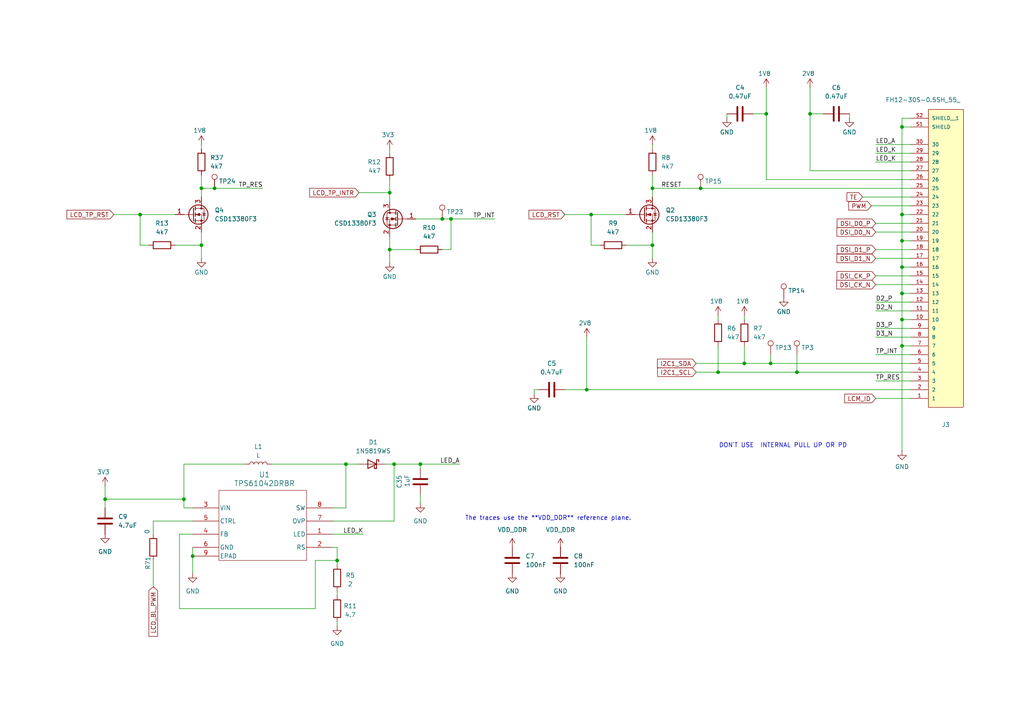
<source format=kicad_sch>
(kicad_sch (version 20250114) (generator "eeschema") (generator_version "9.0")
  (paper "A4")
  (lib_symbols
    (symbol "Connector:TestPoint" (pin_numbers (hide yes)) (pin_names (offset 0.762) (hide yes))
      (property "Reference" "TP" (at 0 6.858 0))
      (property "Value" "TestPoint" (at 0 5.08 0))
      (symbol "TestPoint_0_1"
        (circle (center 0 3.302) (radius 0.762))
      )
      (symbol "TestPoint_1_1"
        (pin passive line (at 0 0 90) (length 2.54) (name "1") (number "1"))
      )
    )
    (symbol "Device:C" (pin_numbers (hide yes)) (pin_names (offset 0.254))
      (property "Reference" "C" (at 0.635 2.54 0))
      (property "Value" "C" (at 0.635 -2.54 0))
      (symbol "C_0_1"
        (polyline (pts (xy -2.032 0.762) (xy 2.032 0.762)) (stroke (width 0.508)))
        (polyline (pts (xy -2.032 -0.762) (xy 2.032 -0.762)) (stroke (width 0.508)))
      )
      (symbol "C_1_1"
        (pin passive line (at 0 3.81 270) (length 2.794) (name "~") (number "1"))
        (pin passive line (at 0 -3.81 90) (length 2.794) (name "~") (number "2"))
      )
    )
    (symbol "Device:L" (pin_numbers (hide yes)) (pin_names (offset 1.016) (hide yes))
      (property "Reference" "L" (at -1.27 0 90))
      (property "Value" "L" (at 1.905 0 90))
      (symbol "L_0_1"
        (arc (start 0 2.54) (mid 0.6323 1.905) (end 0 1.27))
        (arc (start 0 1.27) (mid 0.6323 0.635) (end 0 0))
        (arc (start 0 0) (mid 0.6323 -0.635) (end 0 -1.27))
        (arc (start 0 -1.27) (mid 0.6323 -1.905) (end 0 -2.54))
      )
      (symbol "L_1_1"
        (pin passive line (at 0 3.81 270) (length 1.27) (name "1") (number "1"))
        (pin passive line (at 0 -3.81 90) (length 1.27) (name "2") (number "2"))
      )
    )
    (symbol "Device:R" (pin_numbers (hide yes)) (pin_names (offset 0))
      (property "Reference" "R" (at 2.032 0 90))
      (property "Value" "R" (at 0 0 90))
      (symbol "R_0_1"
        (rectangle (start -1.016 -2.54) (end 1.016 2.54) (stroke (width 0.254)))
      )
      (symbol "R_1_1"
        (pin passive line (at 0 3.81 270) (length 1.27) (name "~") (number "1"))
        (pin passive line (at 0 -3.81 90) (length 1.27) (name "~") (number "2"))
      )
    )
    (symbol "Diode:1N5819WS" (pin_numbers (hide yes)) (pin_names (offset 1.016) (hide yes))
      (property "Reference" "D" (at 0 2.54 0))
      (property "Value" "1N5819WS" (at 0 -2.54 0))
      (symbol "1N5819WS_0_1"
        (polyline (pts (xy -1.905 0.635) (xy -1.905 1.27) (xy -1.27 1.27) (xy -1.27 -1.27) (xy -0.635 -1.27) (xy -0.635 -0.635)) (stroke (width 0.254)))
        (polyline (pts (xy 1.27 1.27) (xy 1.27 -1.27) (xy -1.27 0) (xy 1.27 1.27)) (stroke (width 0.254)))
        (polyline (pts (xy 1.27 0) (xy -1.27 0)))
      )
      (symbol "1N5819WS_1_1"
        (pin passive line (at -3.81 0 0) (length 2.54) (name "K") (number "1"))
        (pin passive line (at 3.81 0 180) (length 2.54) (name "A") (number "2"))
      )
    )
    (symbol "FH12-30S-0.5SH_55_:FH12-30S-0.5SH_55_" (pin_names (offset 1.016))
      (property "Reference" "J" (at -5.1031 41.2766 0))
      (property "Value" "FH12-30S-0.5SH_55_" (at -5.0944 -48.3335 0))
      (symbol "FH12-30S-0.5SH_55__0_0"
        (rectangle (start -5.08 -45.72) (end 5.08 40.64) (stroke (width 0.1524)) (fill (type background)))
        (pin passive line (at 10.16 38.1 180) (length 5.08) (name "1") (number "1"))
        (pin passive line (at 10.16 35.56 180) (length 5.08) (name "2") (number "2"))
        (pin passive line (at 10.16 33.02 180) (length 5.08) (name "3") (number "3"))
        (pin passive line (at 10.16 30.48 180) (length 5.08) (name "4") (number "4"))
        (pin passive line (at 10.16 27.94 180) (length 5.08) (name "5") (number "5"))
        (pin passive line (at 10.16 25.4 180) (length 5.08) (name "6") (number "6"))
        (pin passive line (at 10.16 22.86 180) (length 5.08) (name "7") (number "7"))
        (pin passive line (at 10.16 20.32 180) (length 5.08) (name "8") (number "8"))
        (pin passive line (at 10.16 17.78 180) (length 5.08) (name "9") (number "9"))
        (pin passive line (at 10.16 15.24 180) (length 5.08) (name "10") (number "10"))
        (pin passive line (at 10.16 12.7 180) (length 5.08) (name "11") (number "11"))
        (pin passive line (at 10.16 10.16 180) (length 5.08) (name "12") (number "12"))
        (pin passive line (at 10.16 7.62 180) (length 5.08) (name "13") (number "13"))
        (pin passive line (at 10.16 5.08 180) (length 5.08) (name "14") (number "14"))
        (pin passive line (at 10.16 2.54 180) (length 5.08) (name "15") (number "15"))
        (pin passive line (at 10.16 0 180) (length 5.08) (name "16") (number "16"))
        (pin passive line (at 10.16 -2.54 180) (length 5.08) (name "17") (number "17"))
        (pin passive line (at 10.16 -5.08 180) (length 5.08) (name "18") (number "18"))
        (pin passive line (at 10.16 -7.62 180) (length 5.08) (name "19") (number "19"))
        (pin passive line (at 10.16 -10.16 180) (length 5.08) (name "20") (number "20"))
        (pin passive line (at 10.16 -12.7 180) (length 5.08) (name "21") (number "21"))
        (pin passive line (at 10.16 -15.24 180) (length 5.08) (name "22") (number "22"))
        (pin passive line (at 10.16 -17.78 180) (length 5.08) (name "23") (number "23"))
        (pin passive line (at 10.16 -20.32 180) (length 5.08) (name "24") (number "24"))
        (pin passive line (at 10.16 -22.86 180) (length 5.08) (name "25") (number "25"))
        (pin passive line (at 10.16 -25.4 180) (length 5.08) (name "26") (number "26"))
        (pin passive line (at 10.16 -27.94 180) (length 5.08) (name "27") (number "27"))
        (pin passive line (at 10.16 -30.48 180) (length 5.08) (name "28") (number "28"))
        (pin passive line (at 10.16 -33.02 180) (length 5.08) (name "29") (number "29"))
        (pin passive line (at 10.16 -35.56 180) (length 5.08) (name "30") (number "30"))
        (pin passive line (at 10.16 -40.64 180) (length 5.08) (name "SHIELD") (number "S1"))
        (pin passive line (at 10.16 -43.18 180) (length 5.08) (name "SHIELD__1") (number "S2"))
      )
    )
    (symbol "TPS61042:TPS61042DRBR" (pin_names (offset 0.254))
      (property "Reference" "U" (at 27.94 10.16 0))
      (property "Value" "TPS61042DRBR" (at 27.94 7.62 0))
      (symbol "TPS61042DRBR_0_1"
        (polyline (pts (xy 7.62 5.08) (xy 7.62 -15.24)) (stroke (width 0.127)))
        (polyline (pts (xy 7.62 -15.24) (xy 33.02 -15.24)) (stroke (width 0.127)) (fill (type background)))
        (polyline (pts (xy 33.02 5.08) (xy 7.62 5.08)) (stroke (width 0.127)))
        (polyline (pts (xy 33.02 -15.24) (xy 33.02 5.08)) (stroke (width 0.127)))
        (pin input line (at 0 0 0) (length 7.62) (name "VIN") (number "3"))
        (pin input line (at 0 -3.81 0) (length 7.62) (name "CTRL") (number "5"))
        (pin input line (at 0 -7.62 0) (length 7.62) (name "FB") (number "4"))
        (pin power_in line (at 0 -11.43 0) (length 7.62) (name "GND") (number "6"))
        (pin unspecified line (at 0 -13.97 0) (length 7.62) (name "EPAD") (number "9"))
        (pin input line (at 40.64 0 180) (length 7.62) (name "SW") (number "8"))
        (pin input line (at 40.64 -3.81 180) (length 7.62) (name "OVP") (number "7"))
        (pin input line (at 40.64 -7.62 180) (length 7.62) (name "LED") (number "1"))
        (pin output line (at 40.64 -11.43 180) (length 7.62) (name "RS") (number "2"))
      )
    )
    (symbol "Transistor_FET:CSD13380F3" (pin_names (hide yes))
      (property "Reference" "Q" (at 5.08 1.905 0))
      (property "Value" "CSD13380F3" (at 5.08 0 0))
      (symbol "CSD13380F3_1_1"
        (polyline (pts (xy 0.254 0) (xy -2.54 0)))
        (polyline (pts (xy 0.254 -1.905) (xy 0.254 1.905)) (stroke (width 0.254)))
        (polyline (pts (xy 0.762 1.778) (xy 3.302 1.778) (xy 3.302 -1.778) (xy 0.762 -1.778)))
        (polyline (pts (xy 0.762 1.27) (xy 0.762 2.286)) (stroke (width 0.254)))
        (polyline (pts (xy 0.762 -0.508) (xy 0.762 0.508)) (stroke (width 0.254)))
        (polyline (pts (xy 0.762 -2.286) (xy 0.762 -1.27)) (stroke (width 0.254)))
        (polyline (pts (xy 1.016 0) (xy 2.032 -0.381) (xy 2.032 0.381) (xy 1.016 0)) (fill (type outline)))
        (circle (center 1.651 0) (radius 2.794) (stroke (width 0.254)))
        (polyline (pts (xy 2.54 1.905) (xy 2.54 2.54)))
        (circle (center 2.54 1.778) (radius 0.254) (fill (type outline)))
        (circle (center 2.54 -1.778) (radius 0.254) (fill (type outline)))
        (polyline (pts (xy 2.54 -2.54) (xy 2.54 0) (xy 0.762 0)))
        (polyline (pts (xy 2.794 0.508) (xy 2.921 0.381) (xy 3.683 0.381) (xy 3.81 0.254)))
        (polyline (pts (xy 3.302 0.381) (xy 2.921 -0.254) (xy 3.683 -0.254) (xy 3.302 0.381)))
        (pin input line (at -5.08 0 0) (length 2.54) (name "G") (number "1"))
        (pin passive line (at 2.54 5.08 270) (length 2.54) (name "D") (number "3"))
        (pin passive line (at 2.54 -5.08 90) (length 2.54) (name "S") (number "2"))
      )
    )
    (symbol "power:+36V" (power) (pin_numbers (hide yes)) (pin_names (offset 0) (hide yes))
      (property "Value" "+36V" (at 0 3.556 0))
      (symbol "+36V_0_1"
        (polyline (pts (xy -0.762 1.27) (xy 0 2.54)))
        (polyline (pts (xy 0 2.54) (xy 0.762 1.27)))
        (polyline (pts (xy 0 0) (xy 0 2.54)))
      )
      (symbol "+36V_1_1"
        (pin power_in line (at 0 0 90) (length 0) (name "~") (number "1"))
      )
    )
    (symbol "power:GND" (power) (pin_numbers (hide yes)) (pin_names (offset 0) (hide yes))
      (property "Value" "GND" (at 0 -3.81 0))
      (symbol "GND_0_1"
        (polyline (pts (xy 0 0) (xy 0 -1.27) (xy 1.27 -1.27) (xy 0 -2.54) (xy -1.27 -1.27) (xy 0 -1.27)))
      )
      (symbol "GND_1_1"
        (pin power_in line (at 0 0 270) (length 0) (name "~") (number "1"))
      )
    )
    (symbol "power:VCC" (power) (pin_numbers (hide yes)) (pin_names (offset 0) (hide yes))
      (property "Value" "VCC" (at 0 3.556 0))
      (symbol "VCC_0_1"
        (polyline (pts (xy -0.762 1.27) (xy 0 2.54)))
        (polyline (pts (xy 0 2.54) (xy 0.762 1.27)))
        (polyline (pts (xy 0 0) (xy 0 2.54)))
      )
      (symbol "VCC_1_1"
        (pin power_in line (at 0 0 90) (length 0) (name "~") (number "1"))
      )
    )
  )
  (text "DON`T USE  INTERNAL PULL UP OR PD " (at 227.584 129.286 0) (effects (font (size 1.27 1.27))))
  (text "The traces use the **VDD_DDR** reference plane." (at 159.004 150.368 0) (effects (font (size 1.27 1.27))))
  (junction (at 222.25 33.02))
  (junction (at 223.52 105.41))
  (junction (at 114.3 134.62))
  (junction (at 261.62 92.71))
  (junction (at 121.92 134.62))
  (junction (at 208.28 107.95))
  (junction (at 62.23 54.61))
  (junction (at 261.62 36.83))
  (junction (at 113.03 72.39))
  (junction (at 231.14 107.95))
  (junction (at 203.2 54.61))
  (junction (at 215.9 105.41))
  (junction (at 261.62 62.23))
  (junction (at 261.62 100.33))
  (junction (at 40.64 62.23))
  (junction (at 58.42 54.61))
  (junction (at 97.79 162.56))
  (junction (at 30.48 144.78))
  (junction (at 130.81 63.5))
  (junction (at 128.27 63.5))
  (junction (at 189.23 71.12))
  (junction (at 170.18 113.03))
  (junction (at 234.95 33.02))
  (junction (at 261.62 69.85))
  (junction (at 261.62 77.47))
  (junction (at 53.34 144.78))
  (junction (at 171.45 62.23))
  (junction (at 55.88 161.29))
  (junction (at 100.33 134.62))
  (junction (at 189.23 54.61))
  (junction (at 58.42 71.12))
  (junction (at 113.03 55.88))
  (junction (at 261.62 85.09))
  (wire (pts (xy 163.83 113.03) (xy 170.18 113.03)))
  (wire (pts (xy 121.92 134.62) (xy 121.92 135.89)))
  (wire (pts (xy 210.82 34.29) (xy 210.82 33.02)))
  (wire (pts (xy 97.79 163.83) (xy 97.79 162.56)))
  (wire (pts (xy 128.27 72.39) (xy 130.81 72.39)))
  (wire (pts (xy 254 87.63) (xy 264.16 87.63)))
  (wire (pts (xy 128.27 63.5) (xy 120.65 63.5)))
  (wire (pts (xy 130.81 63.5) (xy 128.27 63.5)))
  (wire (pts (xy 58.42 54.61) (xy 62.23 54.61)))
  (wire (pts (xy 97.79 180.34) (xy 97.79 181.61)))
  (wire (pts (xy 154.94 114.3) (xy 154.94 113.03)))
  (wire (pts (xy 58.42 41.91) (xy 58.42 43.18)))
  (wire (pts (xy 58.42 54.61) (xy 58.42 57.15)))
  (wire (pts (xy 40.64 71.12) (xy 40.64 62.23)))
  (wire (pts (xy 261.62 36.83) (xy 264.16 36.83)))
  (wire (pts (xy 223.52 102.87) (xy 223.52 105.41)))
  (wire (pts (xy 254 97.79) (xy 264.16 97.79)))
  (wire (pts (xy 261.62 36.83) (xy 261.62 62.23)))
  (wire (pts (xy 261.62 100.33) (xy 264.16 100.33)))
  (wire (pts (xy 170.18 113.03) (xy 264.16 113.03)))
  (wire (pts (xy 163.83 62.23) (xy 171.45 62.23)))
  (wire (pts (xy 222.25 33.02) (xy 222.25 52.07)))
  (wire (pts (xy 261.62 77.47) (xy 264.16 77.47)))
  (wire (pts (xy 96.52 147.32) (xy 100.33 147.32)))
  (wire (pts (xy 171.45 71.12) (xy 171.45 62.23)))
  (wire (pts (xy 254 72.39) (xy 264.16 72.39)))
  (wire (pts (xy 113.03 43.18) (xy 113.03 44.45)))
  (wire (pts (xy 55.88 158.75) (xy 55.88 161.29)))
  (wire (pts (xy 62.23 54.61) (xy 76.2 54.61)))
  (wire (pts (xy 254 64.77) (xy 264.16 64.77)))
  (wire (pts (xy 254 44.45) (xy 264.16 44.45)))
  (wire (pts (xy 261.62 34.29) (xy 261.62 36.83)))
  (wire (pts (xy 97.79 171.45) (xy 97.79 172.72)))
  (wire (pts (xy 33.02 62.23) (xy 40.64 62.23)))
  (wire (pts (xy 171.45 62.23) (xy 181.61 62.23)))
  (wire (pts (xy 261.62 85.09) (xy 261.62 92.71)))
  (wire (pts (xy 55.88 161.29) (xy 55.88 166.37)))
  (wire (pts (xy 30.48 147.32) (xy 30.48 144.78)))
  (wire (pts (xy 114.3 134.62) (xy 114.3 151.13)))
  (wire (pts (xy 50.8 71.12) (xy 58.42 71.12)))
  (wire (pts (xy 53.34 147.32) (xy 53.34 144.78)))
  (wire (pts (xy 58.42 74.93) (xy 58.42 71.12)))
  (wire (pts (xy 234.95 33.02) (xy 234.95 49.53)))
  (wire (pts (xy 189.23 54.61) (xy 203.2 54.61)))
  (wire (pts (xy 189.23 50.8) (xy 189.23 54.61)))
  (wire (pts (xy 173.99 71.12) (xy 171.45 71.12)))
  (wire (pts (xy 261.62 62.23) (xy 261.62 69.85)))
  (wire (pts (xy 261.62 100.33) (xy 261.62 130.81)))
  (wire (pts (xy 97.79 162.56) (xy 91.44 162.56)))
  (wire (pts (xy 215.9 91.44) (xy 215.9 92.71)))
  (wire (pts (xy 250.19 57.15) (xy 264.16 57.15)))
  (wire (pts (xy 43.18 71.12) (xy 40.64 71.12)))
  (wire (pts (xy 254 80.01) (xy 264.16 80.01)))
  (wire (pts (xy 231.14 107.95) (xy 264.16 107.95)))
  (wire (pts (xy 30.48 140.97) (xy 30.48 144.78)))
  (wire (pts (xy 189.23 74.93) (xy 189.23 71.12)))
  (wire (pts (xy 201.93 107.95) (xy 208.28 107.95)))
  (wire (pts (xy 44.45 170.18) (xy 44.45 162.56)))
  (wire (pts (xy 254 74.93) (xy 264.16 74.93)))
  (wire (pts (xy 44.45 154.94) (xy 44.45 151.13)))
  (wire (pts (xy 113.03 76.2) (xy 113.03 72.39)))
  (wire (pts (xy 208.28 107.95) (xy 231.14 107.95)))
  (wire (pts (xy 261.62 69.85) (xy 264.16 69.85)))
  (wire (pts (xy 254 95.25) (xy 264.16 95.25)))
  (wire (pts (xy 254 46.99) (xy 264.16 46.99)))
  (wire (pts (xy 113.03 72.39) (xy 113.03 68.58)))
  (wire (pts (xy 58.42 50.8) (xy 58.42 54.61)))
  (wire (pts (xy 254 110.49) (xy 264.16 110.49)))
  (wire (pts (xy 234.95 49.53) (xy 264.16 49.53)))
  (wire (pts (xy 130.81 63.5) (xy 143.51 63.5)))
  (wire (pts (xy 246.38 34.29) (xy 246.38 33.02)))
  (wire (pts (xy 234.95 25.4) (xy 234.95 33.02)))
  (wire (pts (xy 113.03 58.42) (xy 113.03 55.88)))
  (wire (pts (xy 181.61 71.12) (xy 189.23 71.12)))
  (wire (pts (xy 203.2 54.61) (xy 264.16 54.61)))
  (wire (pts (xy 264.16 34.29) (xy 261.62 34.29)))
  (wire (pts (xy 201.93 105.41) (xy 215.9 105.41)))
  (wire (pts (xy 264.16 62.23) (xy 261.62 62.23)))
  (wire (pts (xy 223.52 105.41) (xy 264.16 105.41)))
  (wire (pts (xy 91.44 176.53) (xy 52.07 176.53)))
  (wire (pts (xy 52.07 154.94) (xy 55.88 154.94)))
  (wire (pts (xy 170.18 97.79) (xy 170.18 113.03)))
  (wire (pts (xy 238.76 33.02) (xy 234.95 33.02)))
  (wire (pts (xy 231.14 102.87) (xy 231.14 107.95)))
  (wire (pts (xy 215.9 100.33) (xy 215.9 105.41)))
  (wire (pts (xy 215.9 105.41) (xy 223.52 105.41)))
  (wire (pts (xy 264.16 85.09) (xy 261.62 85.09)))
  (wire (pts (xy 113.03 52.07) (xy 113.03 55.88)))
  (wire (pts (xy 100.33 134.62) (xy 100.33 147.32)))
  (wire (pts (xy 261.62 69.85) (xy 261.62 77.47)))
  (wire (pts (xy 44.45 151.13) (xy 55.88 151.13)))
  (wire (pts (xy 222.25 52.07) (xy 264.16 52.07)))
  (wire (pts (xy 96.52 158.75) (xy 97.79 158.75)))
  (wire (pts (xy 208.28 91.44) (xy 208.28 92.71)))
  (wire (pts (xy 218.44 33.02) (xy 222.25 33.02)))
  (wire (pts (xy 111.76 134.62) (xy 114.3 134.62)))
  (wire (pts (xy 121.92 143.51) (xy 121.92 146.05)))
  (wire (pts (xy 261.62 77.47) (xy 261.62 85.09)))
  (wire (pts (xy 208.28 100.33) (xy 208.28 107.95)))
  (wire (pts (xy 30.48 144.78) (xy 53.34 144.78)))
  (wire (pts (xy 120.65 72.39) (xy 113.03 72.39)))
  (wire (pts (xy 104.14 55.88) (xy 113.03 55.88)))
  (wire (pts (xy 254 102.87) (xy 264.16 102.87)))
  (wire (pts (xy 114.3 151.13) (xy 96.52 151.13)))
  (wire (pts (xy 254 41.91) (xy 264.16 41.91)))
  (wire (pts (xy 114.3 134.62) (xy 121.92 134.62)))
  (wire (pts (xy 52.07 176.53) (xy 52.07 154.94)))
  (wire (pts (xy 254 82.55) (xy 264.16 82.55)))
  (wire (pts (xy 55.88 147.32) (xy 53.34 147.32)))
  (wire (pts (xy 78.74 134.62) (xy 100.33 134.62)))
  (wire (pts (xy 97.79 162.56) (xy 97.79 158.75)))
  (wire (pts (xy 96.52 154.94) (xy 105.41 154.94)))
  (wire (pts (xy 254 115.57) (xy 264.16 115.57)))
  (wire (pts (xy 58.42 71.12) (xy 58.42 67.31)))
  (wire (pts (xy 40.64 62.23) (xy 50.8 62.23)))
  (wire (pts (xy 154.94 113.03) (xy 156.21 113.03)))
  (wire (pts (xy 121.92 134.62) (xy 133.35 134.62)))
  (wire (pts (xy 100.33 134.62) (xy 104.14 134.62)))
  (wire (pts (xy 261.62 92.71) (xy 261.62 100.33)))
  (wire (pts (xy 91.44 162.56) (xy 91.44 176.53)))
  (wire (pts (xy 254 90.17) (xy 264.16 90.17)))
  (wire (pts (xy 53.34 144.78) (xy 53.34 134.62)))
  (wire (pts (xy 189.23 57.15) (xy 189.23 54.61)))
  (wire (pts (xy 53.34 134.62) (xy 71.12 134.62)))
  (wire (pts (xy 261.62 92.71) (xy 264.16 92.71)))
  (wire (pts (xy 254 67.31) (xy 264.16 67.31)))
  (wire (pts (xy 189.23 41.91) (xy 189.23 43.18)))
  (wire (pts (xy 252.73 59.69) (xy 264.16 59.69)))
  (wire (pts (xy 130.81 72.39) (xy 130.81 63.5)))
  (wire (pts (xy 222.25 25.4) (xy 222.25 33.02)))
  (wire (pts (xy 189.23 71.12) (xy 189.23 67.31)))
  (label "LED_K" (at 105.41 154.94 180))
  (label "LED_A" (at 133.35 134.62 180))
  (label "LED_K" (at 254 44.45 0))
  (label "D2_N" (at 254 90.17 0))
  (label "D2_P" (at 254 87.63 0))
  (label "TP_RES" (at 254 110.49 0))
  (label "LED_K" (at 254 46.99 0))
  (label "TP_INT" (at 143.51 63.5 180))
  (label "LED_A" (at 254 41.91 0))
  (label "RESET" (at 191.77 54.61 0))
  (label "TP_RES" (at 76.2 54.61 180))
  (label "TP_INT" (at 254 102.87 0))
  (label "D3_P" (at 254 95.25 0))
  (label "D3_N" (at 254 97.79 0))
  (global_label "DSI_D1_N" (shape input) (at 254 74.93 180) (property "Intersheetrefs" "${INTERSHEET_REFS}" (effects (hide yes))))
  (global_label "I2C1_SDA" (shape input) (at 201.93 105.41 180) (property "Intersheetrefs" "${INTERSHEET_REFS}" (effects (hide yes))))
  (global_label "I2C1_SCL" (shape input) (at 201.93 107.95 180) (property "Intersheetrefs" "${INTERSHEET_REFS}" (effects (hide yes))))
  (global_label "LCD_TP_INTR" (shape input) (at 104.14 55.88 180) (property "Intersheetrefs" "${INTERSHEET_REFS}" (effects (hide yes))))
  (global_label "LCM_ID" (shape input) (at 254 115.57 180) (property "Intersheetrefs" "${INTERSHEET_REFS}" (effects (hide yes))))
  (global_label "DSI_CK_P" (shape input) (at 254 80.01 180) (property "Intersheetrefs" "${INTERSHEET_REFS}" (effects (hide yes))))
  (global_label "DSI_D0_P" (shape input) (at 254 64.77 180) (property "Intersheetrefs" "${INTERSHEET_REFS}" (effects (hide yes))))
  (global_label "DSI_D1_P" (shape input) (at 254 72.39 180) (property "Intersheetrefs" "${INTERSHEET_REFS}" (effects (hide yes))))
  (global_label "DSI_CK_N" (shape input) (at 254 82.55 180) (property "Intersheetrefs" "${INTERSHEET_REFS}" (effects (hide yes))))
  (global_label "TE" (shape input) (at 250.19 57.15 180) (property "Intersheetrefs" "${INTERSHEET_REFS}" (effects (hide yes))))
  (global_label "PWM" (shape input) (at 252.73 59.69 180) (property "Intersheetrefs" "${INTERSHEET_REFS}" (effects (hide yes))))
  (global_label "LCD_TP_RST" (shape input) (at 33.02 62.23 180) (property "Intersheetrefs" "${INTERSHEET_REFS}" (effects (hide yes))))
  (global_label "LCD_RST" (shape input) (at 163.83 62.23 180) (property "Intersheetrefs" "${INTERSHEET_REFS}" (effects (hide yes))))
  (global_label "DSI_D0_N" (shape input) (at 254 67.31 180) (property "Intersheetrefs" "${INTERSHEET_REFS}" (effects (hide yes))))
  (global_label "LCD_BL_PWM" (shape input) (at 44.45 170.18 270) (property "Intersheetrefs" "${INTERSHEET_REFS}" (effects (hide yes))))
  (symbol (lib_id "power:VCC") (at 222.25 25.4 0) (unit 1)
    (property "Reference" "#PWR010" (effects (hide yes)))
    (property "Value" "1V8" (at 221.742 21.336 0))
    (property "Description" "Power symbol creates a global label with name \"VCC\"" (effects (hide yes)))
  )
  (symbol (lib_id "Device:C") (at 242.57 33.02 90) (unit 1)
    (property "Reference" "C6" (at 242.57 25.4 90))
    (property "Value" "0.47uF" (at 242.57 27.94 90))
    (property "Footprint" "lib:C_0402_small" (effects (hide yes)))
    (property "Description" "Unpolarized capacitor" (effects (hide yes)))
  )
  (symbol (lib_id "power:VCC") (at 113.03 43.18 0) (unit 1)
    (property "Reference" "#PWR0152" (effects (hide yes)))
    (property "Value" "3V3" (at 112.522 39.116 0))
    (property "Description" "Power symbol creates a global label with name \"VCC\"" (effects (hide yes)))
  )
  (symbol (lib_id "Transistor_FET:CSD13380F3") (at 55.88 62.23 0) (unit 1)
    (property "Reference" "Q4" (at 62.23 60.9599 0) (effects (justify left)))
    (property "Value" "CSD13380F3" (at 62.23 63.4999 0) (effects (justify left)))
    (property "Footprint" "Package_DFN_QFN:Texas_PicoStar_DFN-3_0.69x0.60mm" (effects (hide yes)))
    (property "Datasheet" "https://www.ti.com/lit/ds/symlink/csd13380f3.pdf" (effects (hide yes)))
    (property "Description" "3.6A Id, 12V Vds, N-Channel MOSFET, 76mOhm Ron,max @ 4.5Vgs, 0.91nC Qg,typ @ 4.5Vgs, PicoStar 0.73x0.64mm max, 0.69x0.60mm nom" (effects (hide yes)))
  )
  (symbol (lib_id "power:GND") (at 113.03 76.2 0) (mirror y) (unit 1)
    (property "Reference" "#PWR0153" (effects (hide yes)))
    (property "Value" "GND" (at 113.03 80.264 0))
    (property "Description" "Power symbol creates a global label with name \"GND\" , ground" (effects (hide yes)))
  )
  (symbol (lib_id "power:GND") (at 227.33 86.36 0) (unit 1)
    (property "Reference" "#PWR027" (effects (hide yes)))
    (property "Value" "GND" (at 227.33 90.424 0))
    (property "Description" "Power symbol creates a global label with name \"GND\" , ground" (effects (hide yes)))
  )
  (symbol (lib_id "power:GND") (at 30.48 154.94 0) (unit 1)
    (property "Reference" "#PWR025" (effects (hide yes)))
    (property "Value" "GND" (at 30.48 160.02 0))
    (property "Description" "Power symbol creates a global label with name \"GND\" , ground" (effects (hide yes)))
  )
  (symbol (lib_id "power:+36V") (at 148.59 158.75 0) (unit 1)
    (property "Reference" "#PWR015" (effects (hide yes)))
    (property "Value" "VDD_DDR" (at 148.59 153.67 0))
    (property "Description" "Power symbol creates a global label with name \"+36V\"" (effects (hide yes)))
  )
  (symbol (lib_id "power:VCC") (at 170.18 97.79 0) (unit 1)
    (property "Reference" "#PWR013" (effects (hide yes)))
    (property "Value" "2V8" (at 169.672 93.726 0))
    (property "Description" "Power symbol creates a global label with name \"VCC\"" (effects (hide yes)))
  )
  (symbol (lib_id "Connector:TestPoint") (at 203.2 54.61 0) (unit 1)
    (property "Reference" "TP15" (at 204.47 52.578 0) (effects (justify left)))
    (property "Value" "TestPoint" (effects (hide yes)))
    (property "Footprint" "lib:TP_0.5" (effects (hide yes)))
    (property "Description" "test point" (effects (hide yes)))
  )
  (symbol (lib_id "Connector:TestPoint") (at 62.23 54.61 0) (unit 1)
    (property "Reference" "TP24" (at 63.5 52.578 0) (effects (justify left)))
    (property "Value" "TestPoint" (effects (hide yes)))
    (property "Footprint" "lib:TP_0.5" (effects (hide yes)))
    (property "Description" "test point" (effects (hide yes)))
  )
  (symbol (lib_id "Transistor_FET:CSD13380F3") (at 186.69 62.23 0) (unit 1)
    (property "Reference" "Q2" (at 193.04 60.9599 0) (effects (justify left)))
    (property "Value" "CSD13380F3" (at 193.04 63.4999 0) (effects (justify left)))
    (property "Footprint" "Package_DFN_QFN:Texas_PicoStar_DFN-3_0.69x0.60mm" (effects (hide yes)))
    (property "Datasheet" "https://www.ti.com/lit/ds/symlink/csd13380f3.pdf" (effects (hide yes)))
    (property "Description" "3.6A Id, 12V Vds, N-Channel MOSFET, 76mOhm Ron,max @ 4.5Vgs, 0.91nC Qg,typ @ 4.5Vgs, PicoStar 0.73x0.64mm max, 0.69x0.60mm nom" (effects (hide yes)))
  )
  (symbol (lib_id "Device:C") (at 162.56 162.56 0) (unit 1)
    (property "Reference" "C8" (at 166.37 161.2899 0) (effects (justify left)))
    (property "Value" "100nF" (at 166.37 163.8299 0) (effects (justify left)))
    (property "Footprint" "lib:C_0402_small" (effects (hide yes)))
    (property "Description" "Unpolarized capacitor" (effects (hide yes)))
    (property "LCSC#" "C1525" (effects (hide yes)))
  )
  (symbol (lib_id "power:GND") (at 162.56 166.37 0) (unit 1)
    (property "Reference" "#PWR021" (effects (hide yes)))
    (property "Value" "GND" (at 162.56 171.45 0))
    (property "Description" "Power symbol creates a global label with name \"GND\" , ground" (effects (hide yes)))
  )
  (symbol (lib_id "power:VCC") (at 189.23 41.91 0) (unit 1)
    (property "Reference" "#PWR0151" (effects (hide yes)))
    (property "Value" "1V8" (at 188.722 37.846 0))
    (property "Description" "Power symbol creates a global label with name \"VCC\"" (effects (hide yes)))
  )
  (symbol (lib_id "power:GND") (at 154.94 114.3 0) (unit 1)
    (property "Reference" "#PWR011" (effects (hide yes)))
    (property "Value" "GND" (at 154.94 118.364 0))
    (property "Description" "Power symbol creates a global label with name \"GND\" , ground" (effects (hide yes)))
  )
  (symbol (lib_id "Device:C") (at 148.59 162.56 0) (unit 1)
    (property "Reference" "C7" (at 152.4 161.2899 0) (effects (justify left)))
    (property "Value" "100nF" (at 152.4 163.8299 0) (effects (justify left)))
    (property "Footprint" "lib:C_0402_small" (effects (hide yes)))
    (property "Description" "Unpolarized capacitor" (effects (hide yes)))
    (property "LCSC#" "C1525" (effects (hide yes)))
  )
  (symbol (lib_id "Device:R") (at 97.79 167.64 180) (unit 1)
    (property "Reference" "R5" (at 101.6 166.878 0))
    (property "Value" "2" (at 101.6 169.418 0))
    (property "Footprint" "Resistor_SMD:R_0402_1005Metric" (effects (hide yes)))
    (property "Description" "Resistor" (effects (hide yes)))
    (property "LCSC#" "C22977" (effects (hide yes)))
  )
  (symbol (lib_id "power:GND") (at 58.42 74.93 0) (unit 1)
    (property "Reference" "#PWR0155" (effects (hide yes)))
    (property "Value" "GND" (at 58.42 78.994 0))
    (property "Description" "Power symbol creates a global label with name \"GND\" , ground" (effects (hide yes)))
  )
  (symbol (lib_id "power:GND") (at 210.82 34.29 0) (unit 1)
    (property "Reference" "#PWR09" (effects (hide yes)))
    (property "Value" "GND" (at 210.82 38.354 0))
    (property "Description" "Power symbol creates a global label with name \"GND\" , ground" (effects (hide yes)))
  )
  (symbol (lib_id "power:VCC") (at 208.28 91.44 0) (unit 1)
    (property "Reference" "#PWR018" (effects (hide yes)))
    (property "Value" "1V8" (at 207.772 87.376 0))
    (property "Description" "Power symbol creates a global label with name \"VCC\"" (effects (hide yes)))
  )
  (symbol (lib_id "power:VCC") (at 58.42 41.91 0) (unit 1)
    (property "Reference" "#PWR0154" (effects (hide yes)))
    (property "Value" "1V8" (at 57.912 37.846 0))
    (property "Description" "Power symbol creates a global label with name \"VCC\"" (effects (hide yes)))
  )
  (symbol (lib_id "power:VCC") (at 30.48 140.97 0) (unit 1)
    (property "Reference" "#PWR026" (effects (hide yes)))
    (property "Value" "3V3" (at 29.972 136.906 0))
    (property "Description" "Power symbol creates a global label with name \"VCC\"" (effects (hide yes)))
  )
  (symbol (lib_id "Connector:TestPoint") (at 227.33 86.36 0) (unit 1)
    (property "Reference" "TP14" (at 228.6 84.328 0) (effects (justify left)))
    (property "Value" "TestPoint" (effects (hide yes)))
    (property "Footprint" "lib:TP_0.5" (effects (hide yes)))
    (property "Description" "test point" (effects (hide yes)))
  )
  (symbol (lib_id "Device:C") (at 160.02 113.03 90) (unit 1)
    (property "Reference" "C5" (at 160.02 105.41 90))
    (property "Value" "0.47uF" (at 160.02 107.95 90))
    (property "Footprint" "lib:C_0402_small" (effects (hide yes)))
    (property "Description" "Unpolarized capacitor" (effects (hide yes)))
  )
  (symbol (lib_id "power:+36V") (at 162.56 158.75 0) (unit 1)
    (property "Reference" "#PWR020" (effects (hide yes)))
    (property "Value" "VDD_DDR" (at 162.56 153.67 0))
    (property "Description" "Power symbol creates a global label with name \"+36V\"" (effects (hide yes)))
  )
  (symbol (lib_id "power:GND") (at 97.79 181.61 0) (unit 1)
    (property "Reference" "#PWR023" (effects (hide yes)))
    (property "Value" "GND" (at 97.79 186.69 0))
    (property "Description" "Power symbol creates a global label with name \"GND\" , ground" (effects (hide yes)))
  )
  (symbol (lib_id "power:GND") (at 189.23 74.93 0) (unit 1)
    (property "Reference" "#PWR0150" (effects (hide yes)))
    (property "Value" "GND" (at 189.23 78.994 0))
    (property "Description" "Power symbol creates a global label with name \"GND\" , ground" (effects (hide yes)))
  )
  (symbol (lib_id "Connector:TestPoint") (at 223.52 102.87 0) (unit 1)
    (property "Reference" "TP13" (at 224.79 100.838 0) (effects (justify left)))
    (property "Value" "TestPoint" (effects (hide yes)))
    (property "Footprint" "lib:TP_0.5" (effects (hide yes)))
    (property "Description" "test point" (effects (hide yes)))
  )
  (symbol (lib_id "power:GND") (at 148.59 166.37 0) (unit 1)
    (property "Reference" "#PWR016" (effects (hide yes)))
    (property "Value" "GND" (at 148.59 171.45 0))
    (property "Description" "Power symbol creates a global label with name \"GND\" , ground" (effects (hide yes)))
  )
  (symbol (lib_id "Device:R") (at 44.45 158.75 0) (unit 1)
    (property "Reference" "R71" (at 42.926 163.322 90))
    (property "Value" "0" (at 42.672 154.178 90))
    (property "Footprint" "Resistor_SMD:R_0402_1005Metric" (effects (hide yes)))
    (property "Description" "Resistor" (effects (hide yes)))
  )
  (symbol (lib_id "Device:C") (at 214.63 33.02 270) (mirror x) (unit 1)
    (property "Reference" "C4" (at 214.63 25.4 90))
    (property "Value" "0.47uF" (at 214.63 27.94 90))
    (property "Footprint" "lib:C_0402_small" (effects (hide yes)))
    (property "Description" "Unpolarized capacitor" (effects (hide yes)))
  )
  (symbol (lib_id "Device:R") (at 208.28 96.52 180) (unit 1)
    (property "Reference" "R6" (at 210.82 95.2499 0) (effects (justify right)))
    (property "Value" "4k7" (at 210.82 97.7899 0) (effects (justify right)))
    (property "Footprint" "Resistor_SMD:R_0402_1005Metric" (effects (hide yes)))
    (property "Description" "Resistor" (effects (hide yes)))
  )
  (symbol (lib_id "Device:R") (at 46.99 71.12 270) (unit 1)
    (property "Reference" "R13" (at 46.99 64.77 90))
    (property "Value" "4k7" (at 46.99 67.31 90))
    (property "Footprint" "Resistor_SMD:R_0402_1005Metric" (effects (hide yes)))
    (property "Description" "Resistor" (effects (hide yes)))
  )
  (symbol (lib_id "FH12-30S-0.5SH_55_:FH12-30S-0.5SH_55_") (at 274.32 77.47 180) (unit 1)
    (property "Reference" "J3" (at 274.32 123.19 0))
    (property "Value" "FH12-30S-0.5SH_55_" (at 267.716 28.956 0))
    (property "Footprint" "lib:HIROSE_FH12-30S-0.5SH_55_" (effects (hide yes)))
    (property "STANDARD" "Manufacturer Recommendation" (effects (hide yes)))
    (property "MANUFACTURER" "Hirose" (effects (hide yes)))
    (property "LCSC#" " C506793" (effects (hide yes)))
  )
  (symbol (lib_id "TPS61042:TPS61042DRBR") (at 55.88 147.32 0) (unit 1)
    (property "Reference" "U1" (at 76.708 137.668 0) (effects (font (size 1.524 1.524))))
    (property "Value" "TPS61042DRBR" (at 76.708 140.208 0) (effects (font (size 1.524 1.524))))
    (property "Footprint" "lib:DRB8_1P75X1P5" (effects (hide yes)))
    (property "Datasheet" "TPS61042DRBR" (effects (hide yes)))
    (property "LCSC#" "C91304" (effects (hide yes)))
  )
  (symbol (lib_id "Device:C") (at 30.48 151.13 180) (unit 1)
    (property "Reference" "C9" (at 34.29 149.8599 0) (effects (justify right)))
    (property "Value" "4.7uF" (at 34.29 152.3999 0) (effects (justify right)))
    (property "Footprint" "lib:C_0402_small" (effects (hide yes)))
    (property "Description" "Unpolarized capacitor" (effects (hide yes)))
    (property "P/N" "GRM155R60J475ME47" (effects (hide yes)))
    (property "Mouser P/N" "81-GRM155R60J475ME7J" (effects (hide yes)))
  )
  (symbol (lib_id "power:GND") (at 246.38 34.29 0) (unit 1)
    (property "Reference" "#PWR014" (effects (hide yes)))
    (property "Value" "GND" (at 246.38 38.354 0))
    (property "Description" "Power symbol creates a global label with name \"GND\" , ground" (effects (hide yes)))
  )
  (symbol (lib_id "Transistor_FET:CSD13380F3") (at 115.57 63.5 0) (mirror y) (unit 1)
    (property "Reference" "Q3" (at 109.22 62.2299 0) (effects (justify left)))
    (property "Value" "CSD13380F3" (at 109.22 64.7699 0) (effects (justify left)))
    (property "Footprint" "Package_DFN_QFN:Texas_PicoStar_DFN-3_0.69x0.60mm" (effects (hide yes)))
    (property "Datasheet" "https://www.ti.com/lit/ds/symlink/csd13380f3.pdf" (effects (hide yes)))
    (property "Description" "3.6A Id, 12V Vds, N-Channel MOSFET, 76mOhm Ron,max @ 4.5Vgs, 0.91nC Qg,typ @ 4.5Vgs, PicoStar 0.73x0.64mm max, 0.69x0.60mm nom" (effects (hide yes)))
  )
  (symbol (lib_id "Device:R") (at 189.23 46.99 180) (unit 1)
    (property "Reference" "R8" (at 191.77 45.7199 0) (effects (justify right)))
    (property "Value" "4k7" (at 191.77 48.2599 0) (effects (justify right)))
    (property "Footprint" "Resistor_SMD:R_0402_1005Metric" (effects (hide yes)))
    (property "Description" "Resistor" (effects (hide yes)))
  )
  (symbol (lib_id "power:VCC") (at 234.95 25.4 0) (unit 1)
    (property "Reference" "#PWR012" (effects (hide yes)))
    (property "Value" "2V8" (at 234.442 21.336 0))
    (property "Description" "Power symbol creates a global label with name \"VCC\"" (effects (hide yes)))
  )
  (symbol (lib_id "Device:R") (at 113.03 48.26 0) (mirror x) (unit 1)
    (property "Reference" "R12" (at 110.49 46.9899 0) (effects (justify right)))
    (property "Value" "4k7" (at 110.49 49.5299 0) (effects (justify right)))
    (property "Footprint" "Resistor_SMD:R_0402_1005Metric" (effects (hide yes)))
    (property "Description" "Resistor" (effects (hide yes)))
  )
  (symbol (lib_id "Device:C") (at 121.92 139.7 180) (unit 1)
    (property "Reference" "C35" (at 115.824 139.7 90))
    (property "Value" "1uF" (at 118.11 139.446 90))
    (property "Footprint" "lib:C_0402_small" (effects (hide yes)))
    (property "Description" "Unpolarized capacitor" (effects (hide yes)))
    (property "P/N" "GRM155R61E105KA12D" (effects (hide yes)))
    (property "Mouser P/N" "81-GRM155R61E105KA2D" (effects (hide yes)))
  )
  (symbol (lib_id "power:GND") (at 261.62 130.81 0) (unit 1)
    (property "Reference" "#PWR019" (effects (hide yes)))
    (property "Value" "GND" (at 261.62 135.382 0))
    (property "Description" "Power symbol creates a global label with name \"GND\" , ground" (effects (hide yes)))
  )
  (symbol (lib_id "Connector:TestPoint") (at 231.14 102.87 0) (unit 1)
    (property "Reference" "TP3" (at 232.41 100.838 0) (effects (justify left)))
    (property "Value" "TestPoint" (effects (hide yes)))
    (property "Footprint" "lib:TP_0.5" (effects (hide yes)))
    (property "Description" "test point" (effects (hide yes)))
  )
  (symbol (lib_id "Connector:TestPoint") (at 128.27 63.5 0) (unit 1)
    (property "Reference" "TP23" (at 129.54 61.468 0) (effects (justify left)))
    (property "Value" "TestPoint" (effects (hide yes)))
    (property "Footprint" "lib:TP_0.5" (effects (hide yes)))
    (property "Description" "test point" (effects (hide yes)))
  )
  (symbol (lib_id "Device:R") (at 97.79 176.53 180) (unit 1)
    (property "Reference" "R11" (at 101.6 175.768 0))
    (property "Value" "4.7" (at 101.6 178.308 0))
    (property "Footprint" "Resistor_SMD:R_0402_1005Metric" (effects (hide yes)))
    (property "Description" "Resistor" (effects (hide yes)))
    (property "LCSC#" "C23164" (effects (hide yes)))
  )
  (symbol (lib_id "power:VCC") (at 215.9 91.44 0) (unit 1)
    (property "Reference" "#PWR017" (effects (hide yes)))
    (property "Value" "1V8" (at 215.392 87.376 0))
    (property "Description" "Power symbol creates a global label with name \"VCC\"" (effects (hide yes)))
  )
  (symbol (lib_id "Device:R") (at 177.8 71.12 270) (unit 1)
    (property "Reference" "R9" (at 177.8 64.77 90))
    (property "Value" "4k7" (at 177.8 67.31 90))
    (property "Footprint" "Resistor_SMD:R_0402_1005Metric" (effects (hide yes)))
    (property "Description" "Resistor" (effects (hide yes)))
  )
  (symbol (lib_id "power:GND") (at 55.88 166.37 0) (unit 1)
    (property "Reference" "#PWR024" (effects (hide yes)))
    (property "Value" "GND" (at 55.88 171.45 0))
    (property "Description" "Power symbol creates a global label with name \"GND\" , ground" (effects (hide yes)))
  )
  (symbol (lib_id "power:GND") (at 121.92 146.05 0) (unit 1)
    (property "Reference" "#PWR022" (effects (hide yes)))
    (property "Value" "GND" (at 121.92 151.13 0))
    (property "Description" "Power symbol creates a global label with name \"GND\" , ground" (effects (hide yes)))
  )
  (symbol (lib_id "Device:L") (at 74.93 134.62 90) (unit 1)
    (property "Reference" "L1" (at 74.93 129.54 90))
    (property "Value" "L" (at 74.93 132.08 90))
    (property "Footprint" "Inductor_SMD:L_1210_3225Metric" (effects (hide yes)))
    (property "Description" "DFE322512F-4R7M=P2" (effects (hide yes)))
    (property "LCSC#" "C703083" (effects (hide yes)))
  )
  (symbol (lib_id "Device:R") (at 58.42 46.99 180) (unit 1)
    (property "Reference" "R37" (at 60.96 45.7199 0) (effects (justify right)))
    (property "Value" "4k7" (at 60.96 48.2599 0) (effects (justify right)))
    (property "Footprint" "Resistor_SMD:R_0402_1005Metric" (effects (hide yes)))
    (property "Description" "Resistor" (effects (hide yes)))
  )
  (symbol (lib_id "Diode:1N5819WS") (at 107.95 134.62 0) (mirror y) (unit 1)
    (property "Reference" "D1" (at 108.2675 128.27 0))
    (property "Value" "1N5819WS" (at 108.2675 130.81 0))
    (property "Footprint" "Diode_SMD:D_SOD-323" (effects (hide yes)))
    (property "Datasheet" "https://datasheet.lcsc.com/lcsc/2204281430_Guangdong-Hottech-1N5819WS_C191023.pdf" (effects (hide yes)))
    (property "Description" "40V 600mV@1A 1A SOD-323 Schottky Barrier Diodes, SOD-323" (effects (hide yes)))
    (property "LCSC#" "C191023" (effects (hide yes)))
  )
  (symbol (lib_id "Device:R") (at 215.9 96.52 180) (unit 1)
    (property "Reference" "R7" (at 218.44 95.2499 0) (effects (justify right)))
    (property "Value" "4k7" (at 218.44 97.7899 0) (effects (justify right)))
    (property "Footprint" "Resistor_SMD:R_0402_1005Metric" (effects (hide yes)))
    (property "Description" "Resistor" (effects (hide yes)))
  )
  (symbol (lib_id "Device:R") (at 124.46 72.39 90) (mirror x) (unit 1)
    (property "Reference" "R10" (at 124.46 66.04 90))
    (property "Value" "4k7" (at 124.46 68.58 90))
    (property "Footprint" "Resistor_SMD:R_0402_1005Metric" (effects (hide yes)))
    (property "Description" "Resistor" (effects (hide yes)))
  )
)
</source>
